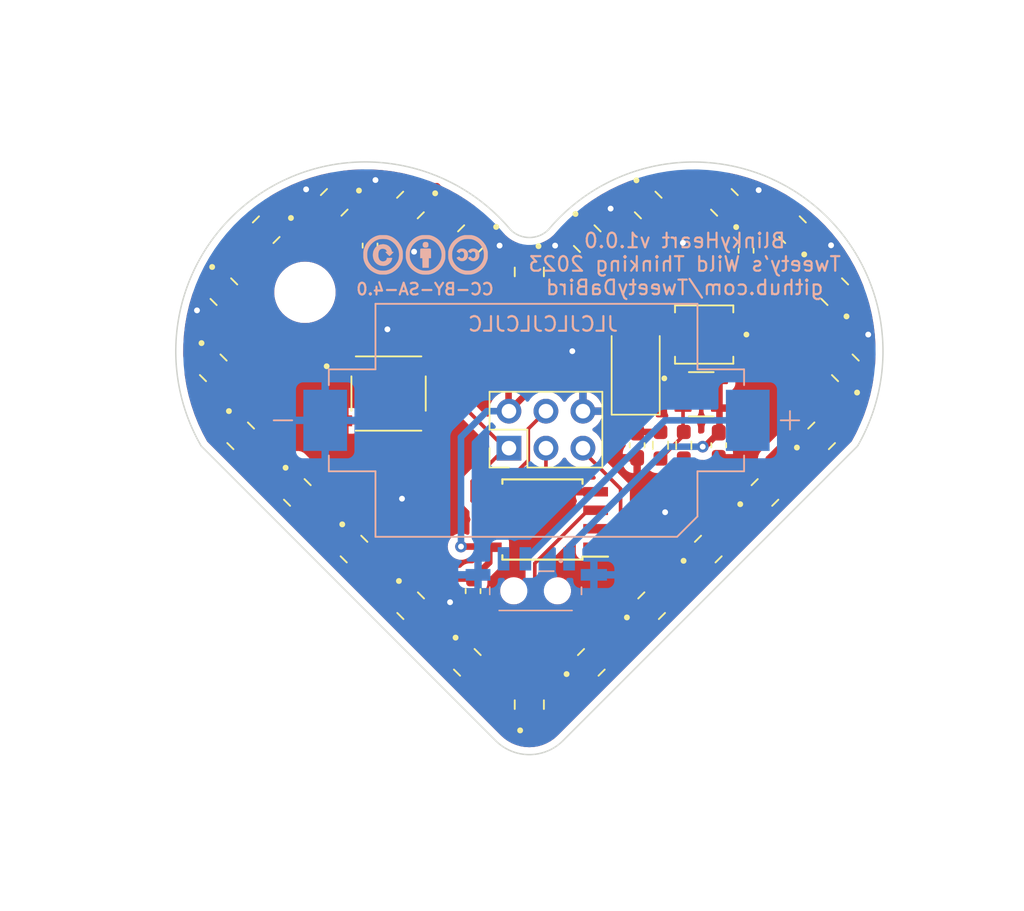
<source format=kicad_pcb>
(kicad_pcb (version 20211014) (generator pcbnew)
  (title_block (title "Blinky Heart") (date "2023-02-05") (rev "v1.0.0") (company "Tweety's Wild Thinking") (comment 1 "Markus Knutsson <markus.knutsson@tweety.se>") (comment 2 "Licensed under Creative Commons BY-SA 4.0 International "))
  (layers (0 "F.Cu" signal) (31 "B.Cu" signal) (34 "B.Paste" user) (35 "F.Paste" user) (36 "B.SilkS" user "B.Silkscreen") (37 "F.SilkS" user "F.Silkscreen") (38 "B.Mask" user) (39 "F.Mask" user) (44 "Edge.Cuts" user))
  (net 0 "")
  (net 2 "MISO")
  (net 3 "VCC")
  (net 4 "SCK")
  (net 5 "MOSI")
  (net 6 "RESET")
  (net 7 "GND")
  (net 8 "Net-(LED1-Pad1)")
  (net 9 "RGB")
  (net 10 "Net-(LED2-Pad1)")
  (net 11 "Net-(LED3-Pad1)")
  (net 12 "Net-(LED4-Pad1)")
  (net 13 "Net-(LED5-Pad1)")
  (net 14 "Net-(LED6-Pad1)")
  (net 15 "Net-(LED7-Pad1)")
  (net 16 "Net-(LED8-Pad1)")
  (net 17 "Net-(LED10-Pad3)")
  (net 18 "Net-(LED10-Pad1)")
  (net 19 "Net-(LED11-Pad1)")
  (net 20 "Net-(LED12-Pad1)")
  (net 21 "Net-(LED13-Pad1)")
  (net 22 "Net-(LED14-Pad1)")
  (net 23 "Net-(LED15-Pad1)")
  (net 24 "Net-(LED16-Pad1)")
  (net 25 "Net-(LED17-Pad1)")
  (net 26 "Net-(LED18-Pad1)")
  (net 27 "Net-(LED19-Pad1)")
  (net 28 "Net-(LED20-Pad1)")
  (net 29 "Net-(LED21-Pad1)")
  (net 30 "Net-(LED22-Pad1)")
  (net 31 "Net-(LED23-Pad1)")
  (net 33 "Net-(R1-Pad2)")
  (net 35 "/Bat+")
  (net 36 "/PWR")
  (net 37 "/PWR2")
  (footprint "WS2812-2020:LED_WS2812-2020" (layer "F.Cu") (at 134.659442 69.604344 -45)
    (fp_text reference "LED15" hide)
    (fp_text value "XL-2020RGBC-WS2812B")
    (pad "1" smd rect (at -0.915 -0.55 315) (size 0.7 0.7) (layers "F.Cu" "F.Paste" "F.Mask") (net 23 "Net-(LED15-Pad1)"))
    (pad "2" smd rect (at -0.915 0.55 315) (size 0.7 0.7) (layers "F.Cu" "F.Paste" "F.Mask") (net 7 "GND"))
    (pad "3" smd rect (at 0.915 0.55 135) (size 0.7 0.7) (layers "F.Cu" "F.Paste" "F.Mask") (net 22 "Net-(LED14-Pad1)"))
    (pad "4" smd rect (at 0.915 -0.55 135) (size 0.7 0.7) (layers "F.Cu" "F.Paste" "F.Mask") (net 3 "VCC"))
  )
  (footprint "Capacitor_SMD:C_0603_1608Metric_Pad1.08x0.95mm_HandSolder" (layer "F.Cu") (at 133.9 86.1 -90)
    (fp_text reference "C5" hide)
    (fp_text value "1uF")
    (pad "1" smd roundrect (at -0.8625 0 270) (size 1.075 0.95) (layers "F.Cu" "F.Paste" "F.Mask") (net 3 "VCC"))
    (pad "2" smd roundrect (at 0.8625 0 270) (size 1.075 0.95) (layers "F.Cu" "F.Paste" "F.Mask") (net 7 "GND"))
  )
  (footprint "WS2812-2020:LED_WS2812-2020" (layer "F.Cu") (at 122.244664 101.008852 -45)
    (fp_text reference "LED2" hide)
    (fp_text value "XL-2020RGBC-WS2812B")
    (pad "1" smd rect (at -0.915 -0.55 315) (size 0.7 0.7) (layers "F.Cu" "F.Paste" "F.Mask") (net 10 "Net-(LED2-Pad1)"))
    (pad "2" smd rect (at -0.915 0.55 315) (size 0.7 0.7) (layers "F.Cu" "F.Paste" "F.Mask") (net 7 "GND"))
    (pad "3" smd rect (at 0.915 0.55 135) (size 0.7 0.7) (layers "F.Cu" "F.Paste" "F.Mask") (net 8 "Net-(LED1-Pad1)"))
    (pad "4" smd rect (at 0.915 -0.55 135) (size 0.7 0.7) (layers "F.Cu" "F.Paste" "F.Mask") (net 3 "VCC"))
  )
  (footprint "WS2812-2020:LED_WS2812-2020" (layer "F.Cu") (at 144.560054 71.298928 135)
    (fp_text reference "LED17" hide)
    (fp_text value "XL-2020RGBC-WS2812B")
    (pad "1" smd rect (at -0.915 -0.55 135) (size 0.7 0.7) (layers "F.Cu" "F.Paste" "F.Mask") (net 25 "Net-(LED17-Pad1)"))
    (pad "2" smd rect (at -0.915 0.55 135) (size 0.7 0.7) (layers "F.Cu" "F.Paste" "F.Mask") (net 7 "GND"))
    (pad "3" smd rect (at 0.915 0.55 315) (size 0.7 0.7) (layers "F.Cu" "F.Paste" "F.Mask") (net 24 "Net-(LED16-Pad1)"))
    (pad "4" smd rect (at 0.915 -0.55 315) (size 0.7 0.7) (layers "F.Cu" "F.Paste" "F.Mask") (net 3 "VCC"))
  )
  (footprint "WS2812-2020:LED_WS2812-2020" (layer "F.Cu") (at 134.894423 97.119765 45)
    (fp_text reference "LED23" hide)
    (fp_text value "XL-2020RGBC-WS2812B")
    (pad "1" smd rect (at -0.915 -0.55 45) (size 0.7 0.7) (layers "F.Cu" "F.Paste" "F.Mask") (net 31 "Net-(LED23-Pad1)"))
    (pad "2" smd rect (at -0.915 0.55 45) (size 0.7 0.7) (layers "F.Cu" "F.Paste" "F.Mask") (net 7 "GND"))
    (pad "3" smd rect (at 0.915 0.55 225) (size 0.7 0.7) (layers "F.Cu" "F.Paste" "F.Mask") (net 30 "Net-(LED22-Pad1)"))
    (pad "4" smd rect (at 0.915 -0.55 225) (size 0.7 0.7) (layers "F.Cu" "F.Paste" "F.Mask") (net 3 "VCC"))
  )
  (footprint "Capacitor_SMD:C_0603_1608Metric_Pad1.08x0.95mm_HandSolder" (layer "F.Cu") (at 122.64 96.12 -90)
    (fp_text reference "C1" hide)
    (fp_text value "100nF")
    (pad "1" smd roundrect (at -0.8625 0 270) (size 1.075 0.95) (layers "F.Cu" "F.Paste" "F.Mask") (net 3 "VCC"))
    (pad "2" smd roundrect (at 0.8625 0 270) (size 1.075 0.95) (layers "F.Cu" "F.Paste" "F.Mask") (net 7 "GND"))
  )
  (footprint "Diode_SMD:D_SMA" (layer "F.Cu") (at 133.8 80.6 90)
    (fp_text reference "D1" hide)
    (fp_text value "1N5819")
    (pad "1" smd rect (at -2 0 90) (size 2.5 1.8) (layers "F.Cu" "F.Paste" "F.Mask") (net 3 "VCC"))
    (pad "2" smd rect (at 2 0 90) (size 2.5 1.8) (layers "F.Cu" "F.Paste" "F.Mask") (net 37 "/PWR2"))
  )
  (footprint "AP3012KTR-G1:SOT95P280X145-5N" (layer "F.Cu") (at 138.3 82.6)
    (fp_text reference "U3" hide)
    (fp_text value "AP3012KTR-G1")
    (pad "1" smd roundrect locked (at -1.25 -0.95 270) (size 0.51 1.17) (layers "F.Cu" "F.Paste" "F.Mask") (roundrect_rratio 0.15) (net 37 "/PWR2"))
    (pad "2" smd roundrect locked (at -1.25 0 270) (size 0.51 1.17) (layers "F.Cu" "F.Paste" "F.Mask") (roundrect_rratio 0.15) (net 7 "GND"))
    (pad "3" smd roundrect locked (at -1.25 0.95 270) (size 0.51 1.17) (layers "F.Cu" "F.Paste" "F.Mask") (roundrect_rratio 0.15) (net 33 "Net-(R1-Pad2)"))
    (pad "4" smd roundrect locked (at 1.25 0.95 270) (size 0.51 1.17) (layers "F.Cu" "F.Paste" "F.Mask") (roundrect_rratio 0.15) (net 36 "/PWR"))
    (pad "5" smd roundrect locked (at 1.25 -0.95 270) (size 0.51 1.17) (layers "F.Cu" "F.Paste" "F.Mask") (roundrect_rratio 0.15) (net 36 "/PWR"))
  )
  (footprint "WS2812-2020:LED_WS2812-2020" (layer "F.Cu") (at 130.754664 101.008852 45)
    (fp_text reference "LED24" hide)
    (fp_text value "XL-2020RGBC-WS2812B")
    (pad "1" smd rect (at -0.915 -0.55 45) (size 0.7 0.7) (layers "F.Cu" "F.Paste" "F.Mask"))
    (pad "2" smd rect (at -0.915 0.55 45) (size 0.7 0.7) (layers "F.Cu" "F.Paste" "F.Mask") (net 7 "GND"))
    (pad "3" smd rect (at 0.915 0.55 225) (size 0.7 0.7) (layers "F.Cu" "F.Paste" "F.Mask") (net 31 "Net-(LED23-Pad1)"))
    (pad "4" smd rect (at 0.915 -0.55 225) (size 0.7 0.7) (layers "F.Cu" "F.Paste" "F.Mask") (net 3 "VCC"))
  )
  (footprint "Package_SO:SOIC-8W_5.3x5.3mm_P1.27mm" (layer "F.Cu") (at 127.4 91.2 180)
    (fp_text reference "U1" hide)
    (fp_text value "ATTINY85-20SU")
    (pad "1" smd rect (at -3.65 -1.905 180) (size 1.7 0.65) (layers "F.Cu" "F.Paste" "F.Mask") (net 6 "RESET"))
    (pad "2" smd rect (at -3.65 -0.635 180) (size 1.7 0.65) (layers "F.Cu" "F.Paste" "F.Mask"))
    (pad "3" smd rect (at -3.65 0.635 180) (size 1.7 0.65) (layers "F.Cu" "F.Paste" "F.Mask") (net 9 "RGB"))
    (pad "4" smd rect (at -3.65 1.905 180) (size 1.7 0.65) (layers "F.Cu" "F.Paste" "F.Mask") (net 7 "GND"))
    (pad "5" smd rect (at 3.65 1.905 180) (size 1.7 0.65) (layers "F.Cu" "F.Paste" "F.Mask") (net 5 "MOSI"))
    (pad "6" smd rect (at 3.65 0.635 180) (size 1.7 0.65) (layers "F.Cu" "F.Paste" "F.Mask") (net 2 "MISO"))
    (pad "7" smd rect (at 3.65 -0.635 180) (size 1.7 0.65) (layers "F.Cu" "F.Paste" "F.Mask") (net 4 "SCK"))
    (pad "8" smd rect (at 3.65 -1.905 180) (size 1.7 0.65) (layers "F.Cu" "F.Paste" "F.Mask") (net 3 "VCC"))
  )
  (footprint "WS2812-2020:LED_WS2812-2020" (layer "F.Cu") (at 148.189047 80.784876 135)
    (fp_text reference "LED19" hide)
    (fp_text value "XL-2020RGBC-WS2812B")
    (pad "1" smd rect (at -0.915 -0.55 135) (size 0.7 0.7) (layers "F.Cu" "F.Paste" "F.Mask") (net 27 "Net-(LED19-Pad1)"))
    (pad "2" smd rect (at -0.915 0.55 135) (size 0.7 0.7) (layers "F.Cu" "F.Paste" "F.Mask") (net 7 "GND"))
    (pad "3" smd rect (at 0.915 0.55 315) (size 0.7 0.7) (layers "F.Cu" "F.Paste" "F.Mask") (net 26 "Net-(LED18-Pad1)"))
    (pad "4" smd rect (at 0.915 -0.55 315) (size 0.7 0.7) (layers "F.Cu" "F.Paste" "F.Mask") (net 3 "VCC"))
  )
  (footprint "MountingHole:MountingHole_3.2mm_M3" (layer "F.Cu") (at 111.1 75.6)
    (fp_text reference "H1" hide)
    (fp_text value "MountingHole")
    (pad "" np_thru_hole circle (at 0 0) (size 3.2 3.2) (drill 3.2) (layers *.Cu *.Mask))
  )
  (footprint "WS2812-2020:LED_WS2812-2020" (layer "F.Cu") (at 146.561684 85.452504 45)
    (fp_text reference "LED20" hide)
    (fp_text value "XL-2020RGBC-WS2812B")
    (pad "1" smd rect (at -0.915 -0.55 45) (size 0.7 0.7) (layers "F.Cu" "F.Paste" "F.Mask") (net 28 "Net-(LED20-Pad1)"))
    (pad "2" smd rect (at -0.915 0.55 45) (size 0.7 0.7) (layers "F.Cu" "F.Paste" "F.Mask") (net 7 "GND"))
    (pad "3" smd rect (at 0.915 0.55 225) (size 0.7 0.7) (layers "F.Cu" "F.Paste" "F.Mask") (net 27 "Net-(LED19-Pad1)"))
    (pad "4" smd rect (at 0.915 -0.55 225) (size 0.7 0.7) (layers "F.Cu" "F.Paste" "F.Mask") (net 3 "VCC"))
  )
  (footprint "WS2812-2020:LED_WS2812-2020" (layer "F.Cu") (at 118.355577 97.119765 -45)
    (fp_text reference "LED3" hide)
    (fp_text value "XL-2020RGBC-WS2812B")
    (pad "1" smd rect (at -0.915 -0.55 315) (size 0.7 0.7) (layers "F.Cu" "F.Paste" "F.Mask") (net 11 "Net-(LED3-Pad1)"))
    (pad "2" smd rect (at -0.915 0.55 315) (size 0.7 0.7) (layers "F.Cu" "F.Paste" "F.Mask") (net 7 "GND"))
    (pad "3" smd rect (at 0.915 0.55 135) (size 0.7 0.7) (layers "F.Cu" "F.Paste" "F.Mask") (net 10 "Net-(LED2-Pad1)"))
    (pad "4" smd rect (at 0.915 -0.55 135) (size 0.7 0.7) (layers "F.Cu" "F.Paste" "F.Mask") (net 3 "VCC"))
  )
  (footprint "WS2812-2020:LED_WS2812-2020" (layer "F.Cu") (at 139.890254 69.42168 135)
    (fp_text reference "LED16" hide)
    (fp_text value "XL-2020RGBC-WS2812B")
    (pad "1" smd rect (at -0.915 -0.55 135) (size 0.7 0.7) (layers "F.Cu" "F.Paste" "F.Mask") (net 24 "Net-(LED16-Pad1)"))
    (pad "2" smd rect (at -0.915 0.55 135) (size 0.7 0.7) (layers "F.Cu" "F.Paste" "F.Mask") (net 7 "GND"))
    (pad "3" smd rect (at 0.915 0.55 315) (size 0.7 0.7) (layers "F.Cu" "F.Paste" "F.Mask") (net 23 "Net-(LED15-Pad1)"))
    (pad "4" smd rect (at 0.915 -0.55 315) (size 0.7 0.7) (layers "F.Cu" "F.Paste" "F.Mask") (net 3 "VCC"))
  )
  (footprint "Capacitor_SMD:C_0603_1608Metric_Pad1.08x0.95mm_HandSolder" (layer "F.Cu") (at 141.38 72.74 -90)
    (fp_text reference "C3" hide)
    (fp_text value "100nF")
    (pad "1" smd roundrect (at -0.8625 0 270) (size 1.075 0.95) (layers "F.Cu" "F.Paste" "F.Mask") (net 3 "VCC"))
    (pad "2" smd roundrect (at 0.8625 0 270) (size 1.075 0.95) (layers "F.Cu" "F.Paste" "F.Mask") (net 7 "GND"))
  )
  (footprint "WS2812-2020:LED_WS2812-2020" (layer "F.Cu") (at 130.474722 71.914434 -45)
    (fp_text reference "LED14" hide)
    (fp_text value "XL-2020RGBC-WS2812B")
    (pad "1" smd rect (at -0.915 -0.55 315) (size 0.7 0.7) (layers "F.Cu" "F.Paste" "F.Mask") (net 22 "Net-(LED14-Pad1)"))
    (pad "2" smd rect (at -0.915 0.55 315) (size 0.7 0.7) (layers "F.Cu" "F.Paste" "F.Mask") (net 7 "GND"))
    (pad "3" smd rect (at 0.915 0.55 135) (size 0.7 0.7) (layers "F.Cu" "F.Paste" "F.Mask") (net 21 "Net-(LED13-Pad1)"))
    (pad "4" smd rect (at 0.915 -0.55 135) (size 0.7 0.7) (layers "F.Cu" "F.Paste" "F.Mask") (net 3 "VCC"))
  )
  (footprint "Capacitor_SMD:C_0603_1608Metric_Pad1.08x0.95mm_HandSolder" (layer "F.Cu") (at 115.57 72.39 -90)
    (fp_text reference "C2" hide)
    (fp_text value "100nF")
    (pad "1" smd roundrect (at -0.8625 0 270) (size 1.075 0.95) (layers "F.Cu" "F.Paste" "F.Mask") (net 3 "VCC"))
    (pad "2" smd roundrect (at 0.8625 0 270) (size 1.075 0.95) (layers "F.Cu" "F.Paste" "F.Mask") (net 7 "GND"))
  )
  (footprint "WS2812-2020:LED_WS2812-2020" (layer "F.Cu") (at 122.525568 71.913199 -135)
    (fp_text reference "LED12" hide)
    (fp_text value "XL-2020RGBC-WS2812B")
    (pad "1" smd rect (at -0.915 -0.55 225) (size 0.7 0.7) (layers "F.Cu" "F.Paste" "F.Mask") (net 20 "Net-(LED12-Pad1)"))
    (pad "2" smd rect (at -0.915 0.55 225) (size 0.7 0.7) (layers "F.Cu" "F.Paste" "F.Mask") (net 7 "GND"))
    (pad "3" smd rect (at 0.915 0.55 45) (size 0.7 0.7) (layers "F.Cu" "F.Paste" "F.Mask") (net 19 "Net-(LED11-Pad1)"))
    (pad "4" smd rect (at 0.915 -0.55 45) (size 0.7 0.7) (layers "F.Cu" "F.Paste" "F.Mask") (net 3 "VCC"))
  )
  (footprint "WS2812-2020:LED_WS2812-2020" (layer "F.Cu") (at 138.78351 93.230678 45)
    (fp_text reference "LED22" hide)
    (fp_text value "XL-2020RGBC-WS2812B")
    (pad "1" smd rect (at -0.915 -0.55 45) (size 0.7 0.7) (layers "F.Cu" "F.Paste" "F.Mask") (net 30 "Net-(LED22-Pad1)"))
    (pad "2" smd rect (at -0.915 0.55 45) (size 0.7 0.7) (layers "F.Cu" "F.Paste" "F.Mask") (net 7 "GND"))
    (pad "3" smd rect (at 0.915 0.55 225) (size 0.7 0.7) (layers "F.Cu" "F.Paste" "F.Mask") (net 29 "Net-(LED21-Pad1)"))
    (pad "4" smd rect (at 0.915 -0.55 225) (size 0.7 0.7) (layers "F.Cu" "F.Paste" "F.Mask") (net 3 "VCC"))
  )
  (footprint "FDSD0420-H-100M_P3:IND_FDSD0420-H-100M=P3" (layer "F.Cu") (at 138.5 78.5 180)
    (fp_text reference "L1" hide)
    (fp_text value "10uF")
    (pad "1" smd rect (at -1.6 0 180) (size 1.4 2.4) (layers "F.Cu" "F.Paste" "F.Mask") (net 36 "/PWR"))
    (pad "2" smd rect (at 1.6 0 180) (size 1.4 2.4) (layers "F.Cu" "F.Paste" "F.Mask") (net 37 "/PWR2"))
  )
  (footprint "WS2812-2020:LED_WS2812-2020" (layer "F.Cu") (at 142.672597 89.341591 45)
    (fp_text reference "LED21" hide)
    (fp_text value "XL-2020RGBC-WS2812B")
    (pad "1" smd rect (at -0.915 -0.55 45) (size 0.7 0.7) (layers "F.Cu" "F.Paste" "F.Mask") (net 29 "Net-(LED21-Pad1)"))
    (pad "2" smd rect (at -0.915 0.55 45) (size 0.7 0.7) (layers "F.Cu" "F.Paste" "F.Mask") (net 7 "GND"))
    (pad "3" smd rect (at 0.915 0.55 225) (size 0.7 0.7) (layers "F.Cu" "F.Paste" "F.Mask") (net 28 "Net-(LED20-Pad1)"))
    (pad "4" smd rect (at 0.915 -0.55 225) (size 0.7 0.7) (layers "F.Cu" "F.Paste" "F.Mask") (net 3 "VCC"))
  )
  (footprint "WS2812-2020:LED_WS2812-2020" (layer "F.Cu") (at 147.46334 75.554986 135)
    (fp_text reference "LED18" hide)
    (fp_text value "XL-2020RGBC-WS2812B")
    (pad "1" smd rect (at -0.915 -0.55 135) (size 0.7 0.7) (layers "F.Cu" "F.Paste" "F.Mask") (net 26 "Net-(LED18-Pad1)"))
    (pad "2" smd rect (at -0.915 0.55 135) (size 0.7 0.7) (layers "F.Cu" "F.Paste" "F.Mask") (net 7 "GND"))
    (pad "3" smd rect (at 0.915 0.55 315) (size 0.7 0.7) (layers "F.Cu" "F.Paste" "F.Mask") (net 25 "Net-(LED17-Pad1)"))
    (pad "4" smd rect (at 0.915 -0.55 315) (size 0.7 0.7) (layers "F.Cu" "F.Paste" "F.Mask") (net 3 "VCC"))
  )
  (footprint "Capacitor_SMD:C_0603_1608Metric_Pad1.08x0.95mm_HandSolder" (layer "F.Cu") (at 139.5 86.1 -90)
    (fp_text reference "C4" hide)
    (fp_text value "1uF")
    (pad "1" smd roundrect (at -0.8625 0 270) (size 1.075 0.95) (layers "F.Cu" "F.Paste" "F.Mask") (net 36 "/PWR"))
    (pad "2" smd roundrect (at 0.8625 0 270) (size 1.075 0.95) (layers "F.Cu" "F.Paste" "F.Mask") (net 7 "GND"))
  )
  (footprint "WS2812-2020:LED_WS2812-2020" (layer "F.Cu") (at 118.340514 69.604456 -135)
    (fp_text reference "LED11" hide)
    (fp_text value "XL-2020RGBC-WS2812B")
    (pad "1" smd rect (at -0.915 -0.55 225) (size 0.7 0.7) (layers "F.Cu" "F.Paste" "F.Mask") (net 19 "Net-(LED11-Pad1)"))
    (pad "2" smd rect (at -0.915 0.55 225) (size 0.7 0.7) (layers "F.Cu" "F.Paste" "F.Mask") (net 7 "GND"))
    (pad "3" smd rect (at 0.915 0.55 45) (size 0.7 0.7) (layers "F.Cu" "F.Paste" "F.Mask") (net 18 "Net-(LED10-Pad1)"))
    (pad "4" smd rect (at 0.915 -0.55 45) (size 0.7 0.7) (layers "F.Cu" "F.Paste" "F.Mask") (net 3 "VCC"))
  )
  (footprint "WS2812-2020:LED_WS2812-2020" (layer "F.Cu") (at 110.577403 89.341591 -45)
    (fp_text reference "LED5" hide)
    (fp_text value "XL-2020RGBC-WS2812B")
    (pad "1" smd rect (at -0.915 -0.55 315) (size 0.7 0.7) (layers "F.Cu" "F.Paste" "F.Mask") (net 13 "Net-(LED5-Pad1)"))
    (pad "2" smd rect (at -0.915 0.55 315) (size 0.7 0.7) (layers "F.Cu" "F.Paste" "F.Mask") (net 7 "GND"))
    (pad "3" smd rect (at 0.915 0.55 135) (size 0.7 0.7) (layers "F.Cu" "F.Paste" "F.Mask") (net 12 "Net-(LED4-Pad1)"))
    (pad "4" smd rect (at 0.915 -0.55 135) (size 0.7 0.7) (layers "F.Cu" "F.Paste" "F.Mask") (net 3 "VCC"))
  )
  (footprint "WS2812-2020:LED_WS2812-2020" (layer "F.Cu") (at 104.807205 80.784195 -45)
    (fp_text reference "LED7" hide)
    (fp_text value "XL-2020RGBC-WS2812B")
    (pad "1" smd rect (at -0.915 -0.55 315) (size 0.7 0.7) (layers "F.Cu" "F.Paste" "F.Mask") (net 15 "Net-(LED7-Pad1)"))
    (pad "2" smd rect (at -0.915 0.55 315) (size 0.7 0.7) (layers "F.Cu" "F.Paste" "F.Mask") (net 7 "GND"))
    (pad "3" smd rect (at 0.915 0.55 135) (size 0.7 0.7) (layers "F.Cu" "F.Paste" "F.Mask") (net 14 "Net-(LED6-Pad1)"))
    (pad "4" smd rect (at 0.915 -0.55 135) (size 0.7 0.7) (layers "F.Cu" "F.Paste" "F.Mask") (net 3 "VCC"))
  )
  (footprint "WS2812-2020:LED_WS2812-2020" (layer "F.Cu") (at 126.5 103.913522 90)
    (fp_text reference "LED1" hide)
    (fp_text value "XL-2020RGBC-WS2812B")
    (pad "1" smd rect (at -0.915 -0.55 90) (size 0.7 0.7) (layers "F.Cu" "F.Paste" "F.Mask") (net 8 "Net-(LED1-Pad1)"))
    (pad "2" smd rect (at -0.915 0.55 90) (size 0.7 0.7) (layers "F.Cu" "F.Paste" "F.Mask") (net 7 "GND"))
    (pad "3" smd rect (at 0.915 0.55 270) (size 0.7 0.7) (layers "F.Cu" "F.Paste" "F.Mask") (net 9 "RGB"))
    (pad "4" smd rect (at 0.915 -0.55 270) (size 0.7 0.7) (layers "F.Cu" "F.Paste" "F.Mask") (net 3 "VCC"))
  )
  (footprint "Resistor_SMD:R_0603_1608Metric_Pad0.98x0.95mm_HandSolder" (layer "F.Cu") (at 137.1 86.1 -90)
    (fp_text reference "R2" hide)
    (fp_text value "5K")
    (pad "1" smd roundrect (at -0.9125 0 270) (size 0.975 0.95) (layers "F.Cu" "F.Paste" "F.Mask") (net 33 "Net-(R1-Pad2)"))
    (pad "2" smd roundrect (at 0.9125 0 270) (size 0.975 0.95) (layers "F.Cu" "F.Paste" "F.Mask") (net 7 "GND"))
  )
  (footprint "TS-1187A:SW_TS-1187A-B-A-B" (layer "F.Cu") (at 116.84 82.55)
    (fp_text reference "S1" hide)
    (fp_text value "TS-1187A-B-A-B")
    (pad "A" smd rect (at -3 -1.875) (size 1 0.75) (layers "F.Cu" "F.Paste" "F.Mask") (net 2 "MISO"))
    (pad "B" smd rect (at 3 -1.875) (size 1 0.75) (layers "F.Cu" "F.Paste" "F.Mask") (net 2 "MISO"))
    (pad "C" smd rect (at -3 1.875) (size 1 0.75) (layers "F.Cu" "F.Paste" "F.Mask") (net 7 "GND"))
    (pad "D" smd rect (at 3 1.875) (size 1 0.75) (layers "F.Cu" "F.Paste" "F.Mask") (net 7 "GND"))
  )
  (footprint "Resistor_SMD:R_0603_1608Metric_Pad0.98x0.95mm_HandSolder" (layer "F.Cu") (at 135.5 86.1 -90)
    (fp_text reference "R1" hide)
    (fp_text value "10K")
    (pad "1" smd roundrect (at -0.9125 0 270) (size 0.975 0.95) (layers "F.Cu" "F.Paste" "F.Mask") (net 3 "VCC"))
    (pad "2" smd roundrect (at 0.9125 0 270) (size 0.975 0.95) (layers "F.Cu" "F.Paste" "F.Mask") (net 33 "Net-(R1-Pad2)"))
  )
  (footprint "Connector_PinHeader_2.54mm:PinHeader_2x03_P2.54mm_Vertical" (layer "F.Cu") (at 125.1 86.3 90)
    (fp_text reference "J1" hide)
    (fp_text value "AVR-ISP-6")
    (pad "1" thru_hole rect (at 0 0 90) (size 1.7 1.7) (drill 1) (layers *.Cu *.Mask) (net 2 "MISO"))
    (pad "2" thru_hole oval (at 2.54 0 90) (size 1.7 1.7) (drill 1) (layers *.Cu *.Mask) (net 3 "VCC"))
    (pad "3" thru_hole oval (at 0 2.54 90) (size 1.7 1.7) (drill 1) (layers *.Cu *.Mask) (net 4 "SCK"))
    (pad "4" thru_hole oval (at 2.54 2.54 90) (size 1.7 1.7) (drill 1) (layers *.Cu *.Mask) (net 5 "MOSI"))
    (pad "5" thru_hole oval (at 0 5.08 90) (size 1.7 1.7) (drill 1) (layers *.Cu *.Mask) (net 6 "RESET"))
    (pad "6" thru_hole oval (at 2.54 5.08 90) (size 1.7 1.7) (drill 1) (layers *.Cu *.Mask) (net 7 "GND"))
  )
  (footprint "WS2812-2020:LED_WS2812-2020" (layer "F.Cu") (at 106.688316 85.452504 -45)
    (fp_text reference "LED6" hide)
    (fp_text value "XL-2020RGBC-WS2812B")
    (pad "1" smd rect (at -0.915 -0.55 315) (size 0.7 0.7) (layers "F.Cu" "F.Paste" "F.Mask") (net 14 "Net-(LED6-Pad1)"))
    (pad "2" smd rect (at -0.915 0.55 315) (size 0.7 0.7) (layers "F.Cu" "F.Paste" "F.Mask") (net 7 "GND"))
    (pad "3" smd rect (at 0.915 0.55 135) (size 0.7 0.7) (layers "F.Cu" "F.Paste" "F.Mask") (net 13 "Net-(LED5-Pad1)"))
    (pad "4" smd rect (at 0.915 -0.55 135) (size 0.7 0.7) (layers "F.Cu" "F.Paste" "F.Mask") (net 3 "VCC"))
  )
  (footprint "WS2812-2020:LED_WS2812-2020" (layer "F.Cu") (at 113.109541 69.418677 -135)
    (fp_text reference "LED10" hide)
    (fp_text value "XL-2020RGBC-WS2812B")
    (pad "1" smd rect (at -0.915 -0.55 225) (size 0.7 0.7) (layers "F.Cu" "F.Paste" "F.Mask") (net 18 "Net-(LED10-Pad1)"))
    (pad "2" smd rect (at -0.915 0.55 225) (size 0.7 0.7) (layers "F.Cu" "F.Paste" "F.Mask") (net 7 "GND"))
    (pad "3" smd rect (at 0.915 0.55 45) (size 0.7 0.7) (layers "F.Cu" "F.Paste" "F.Mask") (net 17 "Net-(LED10-Pad3)"))
    (pad "4" smd rect (at 0.915 -0.55 45) (size 0.7 0.7) (layers "F.Cu" "F.Paste" "F.Mask") (net 3 "VCC"))
  )
  (footprint "WS2812-2020:LED_WS2812-2020" (layer "F.Cu") (at 105.536562 75.555124 -45)
    (fp_text reference "LED8" hide)
    (fp_text value "XL-2020RGBC-WS2812B")
    (pad "1" smd rect (at -0.915 -0.55 315) (size 0.7 0.7) (layers "F.Cu" "F.Paste" "F.Mask") (net 16 "Net-(LED8-Pad1)"))
    (pad "2" smd rect (at -0.915 0.55 315) (size 0.7 0.7) (layers "F.Cu" "F.Paste" "F.Mask") (net 7 "GND"))
    (pad "3" smd rect (at 0.915 0.55 135) (size 0.7 0.7) (layers "F.Cu" "F.Paste" "F.Mask") (net 15 "Net-(LED7-Pad1)"))
    (pad "4" smd rect (at 0.915 -0.55 135) (size 0.7 0.7) (layers "F.Cu" "F.Paste" "F.Mask") (net 3 "VCC"))
  )
  (footprint "WS2812-2020:LED_WS2812-2020" (layer "F.Cu") (at 114.46649 93.230678 -45)
    (fp_text reference "LED4" hide)
    (fp_text value "XL-2020RGBC-WS2812B")
    (pad "1" smd rect (at -0.915 -0.55 315) (size 0.7 0.7) (layers "F.Cu" "F.Paste" "F.Mask") (net 12 "Net-(LED4-Pad1)"))
    (pad "2" smd rect (at -0.915 0.55 315) (size 0.7 0.7) (layers "F.Cu" "F.Paste" "F.Mask") (net 7 "GND"))
    (pad "3" smd rect (at 0.915 0.55 135) (size 0.7 0.7) (layers "F.Cu" "F.Paste" "F.Mask") (net 11 "Net-(LED3-Pad1)"))
    (pad "4" smd rect (at 0.915 -0.55 135) (size 0.7 0.7) (layers "F.Cu" "F.Paste" "F.Mask") (net 3 "VCC"))
  )
  (footprint "WS2812-2020:LED_WS2812-2020" (layer "F.Cu") (at 126.5 74.2 -90)
    (fp_text reference "LED13" hide)
    (fp_text value "XL-2020RGBC-WS2812B")
    (pad "1" smd rect (at -0.915 -0.55 270) (size 0.7 0.7) (layers "F.Cu" "F.Paste" "F.Mask") (net 21 "Net-(LED13-Pad1)"))
    (pad "2" smd rect (at -0.915 0.55 270) (size 0.7 0.7) (layers "F.Cu" "F.Paste" "F.Mask") (net 7 "GND"))
    (pad "3" smd rect (at 0.915 0.55 90) (size 0.7 0.7) (layers "F.Cu" "F.Paste" "F.Mask") (net 20 "Net-(LED12-Pad1)"))
    (pad "4" smd rect (at 0.915 -0.55 90) (size 0.7 0.7) (layers "F.Cu" "F.Paste" "F.Mask") (net 3 "VCC"))
  )
  (footprint "WS2812-2020:LED_WS2812-2020" (layer "F.Cu") (at 108.441232 71.299788 -135)
    (fp_text reference "LED9" hide)
    (fp_text value "XL-2020RGBC-WS2812B")
    (pad "1" smd rect (at -0.915 -0.55 225) (size 0.7 0.7) (layers "F.Cu" "F.Paste" "F.Mask") (net 17 "Net-(LED10-Pad3)"))
    (pad "2" smd rect (at -0.915 0.55 225) (size 0.7 0.7) (layers "F.Cu" "F.Paste" "F.Mask") (net 7 "GND"))
    (pad "3" smd rect (at 0.915 0.55 45) (size 0.7 0.7) (layers "F.Cu" "F.Paste" "F.Mask") (net 16 "Net-(LED8-Pad1)"))
    (pad "4" smd rect (at 0.915 -0.55 45) (size 0.7 0.7) (layers "F.Cu" "F.Paste" "F.Mask") (net 3 "VCC"))
  )
  (footprint "CR2032-BS-6-1:BAT_CR2032-BS-6-1" (layer "B.Cu") (at 126.99 84.39 180)
    (fp_text reference "BT1" hide)
    (fp_text value "CR2032-BS-6-1")
    (pad "1" smd rect (at -14.5 0 180) (size 3 4.2) (layers "B.Cu" "B.Paste" "B.Mask") (net 35 "/Bat+"))
    (pad "2" smd rect (at 14.5 0 180) (size 3 4.2) (layers "B.Cu" "B.Paste" "B.Mask") (net 7 "GND"))
  )
  (footprint "Keyboard Common:MSK12C02" (layer "B.Cu") (at 126.93 96.1 180)
    (fp_text reference "SW1" hide)
    (fp_text value "MSK12C02" hide)
    (pad "" np_thru_hole circle (at 1.5 0 180) (size 0.85 0.85) (drill 0.85) (layers *.Cu *.Mask))
    (pad "" np_thru_hole circle (at -1.5 0 180) (size 0.85 0.85) (drill 0.85) (layers *.Cu *.Mask))
    (pad "A1" smd rect (at -2.3 2.2 180) (size 0.8 1.6) (layers "B.Cu" "B.Paste" "B.Mask") (net 36 "/PWR"))
    (pad "B1" smd rect (at 0.7 2.2 180) (size 0.8 1.6) (layers "B.Cu" "B.Paste" "B.Mask") (net 35 "/Bat+"))
    (pad "C1" smd rect (at 2.2 2.2 180) (size 0.8 1.6) (layers "B.Cu" "B.Paste" "B.Mask"))
    (pad "MP" smd rect (at 3.95 -1.1 90) (size 0.8 1.7) (layers "B.Cu" "B.Paste" "B.Mask") (net 7 "GND"))
    (pad "MP" smd rect (at 3.95 1.1 90) (size 0.8 1.7) (layers "B.Cu" "B.Paste" "B.Mask") (net 7 "GND"))
    (pad "MP" smd rect (at -4 1.1 90) (size 0.8 1.8) (layers "B.Cu" "B.Paste" "B.Mask") (net 7 "GND"))
    (pad "MP" smd rect (at -4 -1.1 90) (size 0.8 1.8) (layers "B.Cu" "B.Paste" "B.Mask") (net 7 "GND"))
  )
  (footprint "Logotypes:CC_BY_SA_40" (layer "B.Cu") (at 119.340304 73.951725 180)
    (fp_text reference "Logo1")
    (fp_text value "CC-BY-SA-4.0" (at 0 -1.43) (layer "B.SilkS") (effects (font (size 0.8 0.8)) (justify mirror)))
  )
  (gr_arc (start 127.81 71.3) (mid 126.51 71.835292) (end 125.21 71.3) (layer "Edge.Cuts") (width 0.1))
  (gr_arc (start 128.8 106.4) (mid 126.5 107.346818) (end 124.2 106.4) (layer "Edge.Cuts") (width 0.1))
  (gr_arc (start 127.81 71.3) (mid 145.227178 69.000084) (end 149.031829 86.151538) (layer "Edge.Cuts") (width 0.1))
  (gr_line (start 103.977197 86.151538) (end 124.2 106.4) (layer "Edge.Cuts") (width 0.1))
  (gr_arc (start 103.977197 86.151538) (mid 107.785561 68.992518) (end 125.21 71.3) (layer "Edge.Cuts") (width 0.1))
  (gr_line (start 149.031829 86.151538) (end 128.8 106.4) (layer "Edge.Cuts") (width 0.1))
  (gr_text "JLCJLCJLCJLC" (at 127.44 77.78) (layer "B.SilkS") (effects (font (size 1 1)) (justify mirror)))
  (gr_text "BlinkyHeart v1.0.0\nTweety's Wild Thinking 2023\ngithub.com/TweetyDaBird\n" (at 137.16 73.66) (layer "B.SilkS") (effects (font (size 1 1)) (justify mirror)))
  (segment (start 119.84 81.295) (end 124.845 86.3) (width 0.25) (layer "F.Cu") (net 2))
  (segment (start 122.575 89.915) (end 123.225 90.565) (width 0.25) (layer "F.Cu") (net 2))
  (segment (start 122.575 88.575) (end 122.575 89.915) (width 0.25) (layer "F.Cu") (net 2))
  (segment (start 124.85 86.3) (end 122.575 88.575) (width 0.25) (layer "F.Cu") (net 2))
  (segment (start 113.84 80.675) (end 119.84 80.675) (width 0.25) (layer "F.Cu") (net 2))
  (segment (start 119.84 80.675) (end 119.84 81.295) (width 0.25) (layer "F.Cu") (net 2))
  (segment (start 143.524143 71.040834) (end 143.524143 72.424143) (width 0.45) (layer "F.Cu") (net 3))
  (segment (start 131.317059 99.972941) (end 131.012758 99.972941) (width 0.45) (layer "F.Cu") (net 3))
  (segment (start 120.105476 95.2575) (end 119.391488 95.971488) (width 0.45) (layer "F.Cu") (net 3))
  (segment (start 134.752472 72.172528) (end 135.89 71.035) (width 0.45) (layer "F.Cu") (net 3))
  (segment (start 141.38 71.8775) (end 142.216666 71.040834) (width 0.45) (layer "F.Cu") (net 3))
  (segment (start 132.5 81.3) (end 127.56 81.3) (width 0.45) (layer "F.Cu") (net 3))
  (segment (start 114.930355 70.887855) (end 115.57 71.5275) (width 0.45) (layer "F.Cu") (net 3))
  (segment (start 108.183138 72.335699) (end 106.572473 73.946364) (width 0.45) (layer "F.Cu") (net 3))
  (segment (start 127.05 75.115) (end 127.05 75.915) (width 0.45) (layer "F.Cu") (net 3))
  (segment (start 122.64 95.2575) (end 120.105476 95.2575) (width 0.45) (layer "F.Cu") (net 3))
  (segment (start 111.613314 88.243314) (end 111.613314 89.599685) (width 0.45) (layer "F.Cu") (net 3))
  (segment (start 122.267474 72.94911) (end 122.019986 73.196598) (width 0.45) (layer "F.Cu") (net 3))
  (segment (start 126.44 76.525) (end 125.075 76.525) (width 0.45) (layer "F.Cu") (net 3))
  (segment (start 141.38 71.8775) (end 140.0275 71.8775) (width 0.45) (layer "F.Cu") (net 3))
  (segment (start 116.209645 70.887855) (end 115.57 71.5275) (width 0.45) (layer "F.Cu") (net 3))
  (segment (start 138.155491 69.862438) (end 138.854343 69.163586) (width 0.45) (layer "F.Cu") (net 3))
  (segment (start 135.5 85.1875) (end 133.95 85.1875) (width 0.45) (layer "F.Cu") (net 3))
  (segment (start 105.843116 81.042289) (end 107.47 82.669173) (width 0.45) (layer "F.Cu") (net 3))
  (segment (start 146.819778 84.416593) (end 147.2 84.036371) (width 0.45) (layer "F.Cu") (net 3))
  (segment (start 146.96 80.333646) (end 146.96 78.03) (width 0.45) (layer "F.Cu") (net 3))
  (segment (start 109.243629 87.23) (end 110.6 87.23) (width 0.45) (layer "F.Cu") (net 3))
  (segment (start 123.280575 99.980575) (end 123.280575 101.266946) (width 0.45) (layer "F.Cu") (net 3))
  (segment (start 139.041604 92.194767) (end 140.2 91.036371) (width 0.45) (layer "F.Cu") (net 3))
  (segment (start 146.96 78.03) (end 146.427429 77.497429) (width 0.45) (layer "F.Cu") (net 3))
  (segment (start 122.267474 73.717474) (end 125.075 76.525) (width 0.45) (layer "F.Cu") (net 3))
  (segment (start 140.2 89.79) (end 141.68432 88.30568) (width 0.45) (layer "F.Cu") (net 3))
  (segment (start 133.846146 96.083854) (end 132.68 97.25) (width 0.45) (layer "F.Cu") (net 3))
  (segment (start 107.47 82.669173) (end 107.47 85.456371) (width 0.45) (layer "F.Cu") (net 3))
  (segment (start 106.819961 76.060706) (end 106.819961 77.190039) (width 0.45) (layer "F.Cu") (net 3))
  (segment (start 117.053629 95.04) (end 118.46 95.04) (width 0.45) (layer "F.Cu") (net 3))
  (segment (start 145.543407 84.416593) (end 146.819778 84.416593) (width 0.45) (layer "F.Cu") (net 3))
  (segment (start 119.391488 97.377859) (end 120.953629 98.94) (width 0.45) (layer "F.Cu") (net 3))
  (segment (start 136.27 94.966371) (end 136.27 93.66) (width 0.45) (layer "F.Cu") (net 3))
  (segment (start 127.05 75.115) (end 129.76 75.115) (width 0.45) (layer "F.Cu") (net 3))
  (segment (start 137.735233 92.194767) (end 139.041604 92.194767) (width 0.45) (layer "F.Cu") (net 3))
  (segment (start 122.267474 72.94911) (end 122.267474 73.717474) (width 0.45) (layer "F.Cu") (net 3))
  (segment (start 125.012151 102.998522) (end 125.95 102.998522) (width 0.45) (layer "F.Cu") (net 3))
  (segment (start 108.183138 72.335699) (end 109.754637 72.335699) (width 0.45) (layer "F.Cu") (net 3))
  (segment (start 109.754637 72.335699) (end 110.970336 71.12) (width 0.45) (layer "F.Cu") (net 3))
  (segment (start 123.280575 101.266946) (end 125.012151 102.998522) (width 0.45) (layer "F.Cu") (net 3))
  (segment (start 147.2 84.036371) (end 147.2 80.573646) (width 0.45) (layer "F.Cu") (net 3))
  (segment (start 117.834932 70.887855) (end 116.209645 70.887855) (width 0.45) (layer "F.Cu") (net 3))
  (segment (start 112.973629 90.96) (end 114.54 90.96) (width 0.45) (layer "F.Cu") (net 3))
  (segment (start 122.64 95.2575) (end 123.75 94.1475) (width 0.45) (layer "F.Cu") (net 3))
  (segment (start 135.89 70.057085) (end 135.695353 69.862438) (width 0.45) (layer "F.Cu") (net 3))
  (segment (start 142.216666 71.040834) (end 143.524143 71.040834) (width 0.45) (layer "F.Cu") (net 3))
  (segment (start 114.54 90.96) (end 115.502401 91.922401) (width 0.45) (layer "F.Cu") (net 3))
  (segment (start 106.819961 77.190039) (end 105.843116 78.166884) (width 0.45) (layer "F.Cu") (net 3))
  (segment (start 119.391488 95.971488) (end 119.391488 97.377859) (width 0.45) (layer "F.Cu") (net 3))
  (segment (start 121.81 93.06) (end 123.705 93.06) (width 0.45) (layer "F.Cu") (net 3))
  (segment (start 133.8 85.1375) (end 133.8 82.6) (width 0.45) (layer "F.Cu") (net 3))
  (segment (start 110.6 87.23) (end 111.613314 88.243314) (width 0.45) (layer "F.Cu") (net 3))
  (segment (start 138.854343 70.704343) (end 138.854343 69.163586) (width 0.45) (layer "F.Cu") (net 3))
  (segment (start 141.68432 88.30568) (end 142.930691 88.30568) (width 0.45) (layer "F.Cu") (net 3))
  (segment (start 111.613314 89.599685) (end 112.973629 90.96) (width 0.45) (layer "F.Cu") (net 3))
  (segment (start 110.970336 71.12) (end 112.186035 71.12) (width 0.45) (layer "F.Cu") (net 3))
  (segment (start 127.05 75.915) (end 126.44 76.525) (width 0.45) (layer "F.Cu") (net 3))
  (segment (start 113.284714 70.887855) (end 112.851447 70.454588) (width 0.45) (layer "F.Cu") (net 3))
  (segment (start 135.695353 69.862438) (end 138.155491 69.862438) (width 0.45) (layer "F.Cu") (net 3))
  (segment (start 135.152517 96.083854) (end 136.27 94.966371) (width 0.45) (layer "F.Cu") (net 3))
  (segment (start 131.675 73.2) (end 131.675 72.336895) (width 0.45) (layer "F.Cu") (net 3))
  (segment (start 106.572473 73.946364) (end 106.572473 75.813218) (width 0.45) (layer "F.Cu") (net 3))
  (segment (start 146.427429 77.497429) (end 146.427429 75.296892) (width 0.45) (layer "F.Cu") (net 3))
  (segment (start 106.572473 75.813218) (end 106.819961 76.060706) (width 0.45) (layer "F.Cu") (net 3))
  (segment (start 129.76 75.115) (end 131.675 73.2) (width 0.45) (layer "F.Cu") (net 3))
  (segment (start 147.153136 80.526782) (end 146.96 80.333646) (width 0.45) (layer "F.Cu") (net 3))
  (segment (start 140.0275 71.8775) (end 138.854343 70.704343) (width 0.45) (layer "F.Cu") (net 3))
  (segment (start 118.480367 70.640367) (end 118.08242 70.640367) (width 0.45) (layer "F.Cu") (net 3))
  (segment (start 142.930691 88.30568) (end 142.930691 87.029309) (width 0.45) (layer "F.Cu") (net 3))
  (segment (start 140.2 91.036371) (end 140.2 89.79) (width 0.45) (layer "F.Cu") (net 3))
  (segment (start 123.75 94.1475) (end 123.75 93.105) (width 0.45) (layer "F.Cu") (net 3))
  (segment (start 107.47 85.456371) (end 107.724227 85.710598) (width 0.45) (layer "F.Cu") (net 3))
  (segment (start 105.843116 78.166884) (end 105.843116 81.042289) (width 0.45) (layer "F.Cu") (net 3))
  (segment (start 115.502401 91.922401) (end 115.502401 93.488772) (width 0.45) (layer "F.Cu") (net 3))
  (segment (start 118.46 95.04) (end 119.391488 95.971488) (width 0.45) (layer "F.Cu") (net 3))
  (segment (start 143.524143 72.424143) (end 146.41889 75.31889) (width 0.45) (layer "F.Cu") (net 3))
  (segment (start 107.724227 85.710598) (end 109.243629 87.23) (width 0.45) (layer "F.Cu") (net 3))
  (segment (start 135.152517 96.083854) (end 133.846146 96.083854) (width 0.45) (layer "F.Cu") (net 3))
  (segment (start 142.930691 87.029309) (end 145.543407 84.416593) (width 0.45) (layer "F.Cu") (net 3))
  (segment (start 127.56 81.3) (end 125.1 83.76) (width 0.45) (layer "F.Cu") (net 3))
  (segment (start 131.510633 72.172528) (end 134.752472 72.172528) (width 0.45) (layer "F.Cu") (net 3))
  (segment (start 121.036598 73.196598) (end 118.480367 70.640367) (width 0.45) (layer "F.Cu") (net 3))
  (segment (start 132.68 98.61) (end 131.317059 99.972941) (width 0.45) (layer "F.Cu") (net 3))
  (segment (start 122.019986 73.196598) (end 121.036598 73.196598) (width 0.45) (layer "F.Cu") (net 3))
  (segment (start 115.502401 93.488772) (end 117.053629 95.04) (width 0.45) (layer "F.Cu") (net 3))
  (segment (start 131.675 72.336895) (end 131.510633 72.172528) (width 0.45) (layer "F.Cu") (net 3))
  (segment (start 133.8 82.6) (end 132.5 81.3) (width 0.45) (layer "F.Cu") (net 3))
  (segment (start 132.68 97.25) (end 132.68 98.61) (width 0.45) (layer "F.Cu") (net 3))
  (segment (start 135.89 71.035) (end 135.89 70.057085) (width 0.45) (layer "F.Cu") (net 3))
  (segment (start 113.284714 70.887855) (end 114.930355 70.887855) (width 0.45) (layer "F.Cu") (net 3))
  (segment (start 136.27 93.66) (end 137.735233 92.194767) (width 0.45) (layer "F.Cu") (net 3))
  (segment (start 118.08242 70.640367) (end 117.834932 70.887855) (width 0.45) (layer "F.Cu") (net 3))
  (segment (start 125.075 83.735) (end 125.075 76.525) (width 0.45) (layer "F.Cu") (net 3))
  (segment (start 122.24 98.94) (end 123.280575 99.980575) (width 0.45) (layer "F.Cu") (net 3))
  (segment (start 112.186035 71.12) (end 112.851447 70.454588) (width 0.45) (layer "F.Cu") (net 3))
  (segment (start 120.953629 98.94) (end 122.24 98.94) (width 0.45) (layer "F.Cu") (net 3))
  (via (at 121.81 93.06) (size 0.8) (drill 0.4) (layers "F.Cu" "B.Cu") (net 3))
  (segment (start 123.59 83.76) (end 121.81 85.54) (width 0.45) (layer "B.Cu") (net 3))
  (segment (start 121.81 85.54) (end 121.81 93.06) (width 0.45) (layer "B.Cu") (net 3))
  (segment (start 125.1 83.76) (end 123.59 83.76) (width 0.45) (layer "B.Cu") (net 3))
  (segment (start 124.85 91.835) (end 123.75 91.835) (width 0.25) (layer "F.Cu") (net 4))
  (segment (start 127.64 86.3) (end 127.64 89.045) (width 0.25) (layer "F.Cu") (net 4))
  (segment (start 127.64 89.045) (end 124.85 91.835) (width 0.25) (layer "F.Cu") (net 4))
  (segment (start 124.275 89.295) (end 126.43 87.14) (width 0.25) (layer "F.Cu") (net 5))
  (segment (start 126.43 84.97) (end 127.64 83.76) (width 0.25) (layer "F.Cu") (net 5))
  (segment (start 126.43 87.14) (end 126.43 84.97) (width 0.25) (layer "F.Cu") (net 5))
  (segment (start 132.764889 89.092001) (end 130.18 86.507112) (width 0.25) (layer "F.Cu") (net 6))
  (segment (start 131.575 93.105) (end 132.764889 91.915111) (width 0.25) (layer "F.Cu") (net 6))
  (segment (start 132.764889 91.915111) (end 132.764889 89.092001) (width 0.25) (layer "F.Cu") (net 6))
  (segment (start 125.355 73.285) (end 124.46 72.39) (width 0.45) (layer "F.Cu") (net 7))
  (segment (start 118.598608 68.568545) (end 118.846096 68.321057) (width 0.45) (layer "F.Cu") (net 7))
  (segment (start 120.161057 68.321057) (end 122.717288 70.877288) (width 0.45) (layer "F.Cu") (net 7))
  (segment (start 118.846096 68.321057) (end 120.161057 68.321057) (width 0.45) (layer "F.Cu") (net 7))
  (segment (start 125.95 73.285) (end 125.355 73.285) (width 0.45) (layer "F.Cu") (net 7))
  (via (at 128.27 72.39) (size 0.8) (drill 0.4) (layers "F.Cu" "B.Cu") (net 7))
  (via (at 137.04 72.2) (size 0.8) (drill 0.4) (layers "F.Cu" "B.Cu") (net 7))
  (via (at 135.82 90.7) (size 0.8) (drill 0.4) (layers "F.Cu" "B.Cu") (net 7))
  (via (at 116.76 78.14) (size 0.8) (drill 0.4) (layers "F.Cu" "B.Cu") (net 7))
  (via (at 129.45 79.64) (size 0.8) (drill 0.4) (layers "F.Cu" "B.Cu") (net 7))
  (via (at 124.46 72.39) (size 0.8) (drill 0.4) (layers "F.Cu" "B.Cu") (net 7))
  (via (at 118.59 72.81) (size 0.8) (drill 0.4) (layers "F.Cu" "B.Cu") (net 7))
  (via (at 147.21 72.37) (size 0.8) (drill 0.4) (layers "F.Cu" "B.Cu") (net 7))
  (via (at 103.69 76.84) (size 0.8) (drill 0.4) (layers "F.Cu" "B.Cu") (net 7))
  (via (at 149.76 78.5) (size 0.8) (drill 0.4) (layers "F.Cu" "B.Cu") (net 7))
  (via (at 121.06 96.88) (size 0.8) (drill 0.4) (layers "F.Cu" "B.Cu") (net 7))
  (via (at 115.94 67.89) (size 0.8) (drill 0.4) (layers "F.Cu" "B.Cu") (net 7))
  (via (at 142.24 68.58) (size 0.8) (drill 0.4) (layers "F.Cu" "B.Cu") (net 7))
  (via (at 132.08 69.85) (size 0.8) (drill 0.4) (layers "F.Cu" "B.Cu") (net 7))
  (via (at 117.76 89.77) (size 0.8) (drill 0.4) (layers "F.Cu" "B.Cu") (net 7))
  (via (at 111.18 68.53) (size 0.8) (drill 0.4) (layers "F.Cu" "B.Cu") (net 7))
  (segment (start 125.95 104.828522) (end 125.286517 104.828522) (width 0.25) (layer "F.Cu") (net 8))
  (segment (start 125.286517 104.828522) (end 122.502758 102.044763) (width 0.25) (layer "F.Cu") (net 8))
  (segment (start 126.875 94.215) (end 126.875 102.823522) (width 0.25) (layer "F.Cu") (net 9))
  (segment (start 130.525 90.565) (end 126.875 94.215) (width 0.25) (layer "F.Cu") (net 9))
  (segment (start 120.183448 99.725453) (end 118.613671 98.155676) (width 0.25) (layer "F.Cu") (net 10))
  (segment (start 121.98657 99.972941) (end 121.739082 99.725453) (width 0.25) (layer "F.Cu") (net 10))
  (segment (start 121.739082 99.725453) (end 120.183448 99.725453) (width 0.25) (layer "F.Cu") (net 10))
  (segment (start 118.097483 96.083854) (end 117.849995 95.836366) (width 0.25) (layer "F.Cu") (net 11))
  (segment (start 117.849995 95.836366) (end 116.294361 95.836366) (width 0.25) (layer "F.Cu") (net 11))
  (segment (start 116.294361 95.836366) (end 114.724584 94.266589) (width 0.25) (layer "F.Cu") (net 11))
  (segment (start 113.960908 91.947279) (end 112.405274 91.947279) (width 0.25) (layer "F.Cu") (net 12))
  (segment (start 112.405274 91.947279) (end 110.835497 90.377502) (width 0.25) (layer "F.Cu") (net 12))
  (segment (start 114.208396 92.194767) (end 113.960908 91.947279) (width 0.25) (layer "F.Cu") (net 12))
  (segment (start 110.319309 88.30568) (end 110.071821 88.058192) (width 0.25) (layer "F.Cu") (net 13))
  (segment (start 110.071821 88.058192) (end 108.516187 88.058192) (width 0.25) (layer "F.Cu") (net 13))
  (segment (start 108.516187 88.058192) (end 106.94641 86.488415) (width 0.25) (layer "F.Cu") (net 13))
  (segment (start 106.430222 84.416593) (end 106.430222 83.185029) (width 0.25) (layer "F.Cu") (net 14))
  (segment (start 106.430222 83.185029) (end 105.065299 81.820106) (width 0.25) (layer "F.Cu") (net 14))
  (segment (start 104.549111 77.83658) (end 105.794656 76.591035) (width 0.25) (layer "F.Cu") (net 15))
  (segment (start 104.549111 79.748284) (end 104.549111 77.83658) (width 0.25) (layer "F.Cu") (net 15))
  (segment (start 107.405321 71.557882) (end 105.278468 73.684735) (width 0.25) (layer "F.Cu") (net 16))
  (segment (start 105.278468 73.684735) (end 105.278468 74.519213) (width 0.25) (layer "F.Cu") (net 16))
  (segment (start 112.07363 69.676771) (end 110.842066 69.676771) (width 0.25) (layer "F.Cu") (net 17))
  (segment (start 110.842066 69.676771) (end 109.477143 71.041694) (width 0.25) (layer "F.Cu") (net 17))
  (segment (start 114.145452 69.160583) (end 116.602636 69.160583) (width 0.25) (layer "F.Cu") (net 18))
  (segment (start 116.602636 69.160583) (end 117.304603 69.86255) (width 0.25) (layer "F.Cu") (net 18))
  (segment (start 119.376425 69.346362) (end 119.376425 70.058061) (width 0.25) (layer "F.Cu") (net 19))
  (segment (start 119.376425 70.058061) (end 121.489657 72.171293) (width 0.25) (layer "F.Cu") (net 19))
  (segment (start 125.6 75.115) (end 125.95 75.115) (width 0.25) (layer "F.Cu") (net 20))
  (segment (start 123.561479 71.655105) (end 123.561479 73.076479) (width 0.25) (layer "F.Cu") (net 20))
  (segment (start 123.561479 73.076479) (end 125.6 75.115) (width 0.25) (layer "F.Cu") (net 20))
  (segment (start 130.023161 73.66) (end 127.425 73.66) (width 0.25) (layer "F.Cu") (net 21))
  (segment (start 130.732816 72.950345) (end 130.023161 73.66) (width 0.25) (layer "F.Cu") (net 21))
  (segment (start 127.425 73.66) (end 127.05 73.285) (width 0.25) (layer "F.Cu") (net 21))
  (segment (start 134.332791 71.225) (end 130.563105 71.225) (width 0.25) (layer "F.Cu") (net 22))
  (segment (start 134.917536 70.640255) (end 134.332791 71.225) (width 0.25) (layer "F.Cu") (net 22))
  (segment (start 130.563105 71.225) (end 130.216628 70.878523) (width 0.25) (layer "F.Cu") (net 22))
  (segment (start 139.384672 68.138281) (end 134.8315 68.138281) (width 0.25) (layer "F.Cu") (net 23))
  (segment (start 139.63216 68.385769) (end 139.384672 68.138281) (width 0.25) (layer "F.Cu") (net 23))
  (segment (start 134.8315 68.138281) (end 134.401348 68.568433) (width 0.25) (layer "F.Cu") (net 23))
  (segment (start 142.24 69.85) (end 143.888943 69.85) (width 0.25) (layer "F.Cu") (net 24))
  (segment (start 140.148348 70.457591) (end 140.395836 70.705079) (width 0.25) (layer "F.Cu") (net 24))
  (segment (start 140.395836 70.705079) (end 141.384921 70.705079) (width 0.25) (layer "F.Cu") (net 24))
  (segment (start 141.384921 70.705079) (end 142.24 69.85) (width 0.25) (layer "F.Cu") (net 24))
  (segment (start 143.888943 69.85) (end 144.30196 70.263017) (width 0.25) (layer "F.Cu") (net 24))
  (segment (start 146.127631 73.15) (end 147.518704 74.541073) (width 0.25) (layer "F.Cu") (net 25))
  (segment (start 144.818148 72.334839) (end 145.633309 73.15) (width 0.25) (layer "F.Cu") (net 25))
  (segment (start 145.633309 73.15) (end 146.127631 73.15) (width 0.25) (layer "F.Cu") (net 25))
  (segment (start 148.59 77.459463) (end 148.59 79.089918) (width 0.25) (layer "F.Cu") (net 26))
  (segment (start 147.721434 76.590897) (end 148.59 77.459463) (width 0.25) (layer "F.Cu") (net 26))
  (segment (start 148.59 79.089918) (end 147.930953 79.748965) (width 0.25) (layer "F.Cu") (net 26))
  (segment (start 148.447141 81.820787) (end 148.447141 84.344864) (width 0.25) (layer "F.Cu") (net 27))
  (segment (start 148.447141 84.344864) (end 147.597595 85.19441) (width 0.25) (layer "F.Cu") (net 27))
  (segment (start 144.78 88.012005) (end 143.708508 89.083497) (width 0.25) (layer "F.Cu") (net 28))
  (segment (start 144.78 86.456371) (end 144.78 88.012005) (width 0.25) (layer "F.Cu") (net 28))
  (segment (start 145.525773 85.710598) (end 144.78 86.456371) (width 0.25) (layer "F.Cu") (net 28))
  (segment (start 141.636686 89.599685) (end 140.97 90.266371) (width 0.25) (layer "F.Cu") (net 29))
  (segment (start 140.97 90.266371) (end 140.97 91.822005) (width 0.25) (layer "F.Cu") (net 29))
  (segment (start 140.97 91.822005) (end 139.819421 92.972584) (width 0.25) (layer "F.Cu") (net 29))
  (segment (start 137.16 95.632005) (end 135.930334 96.861671) (width 0.25) (layer "F.Cu") (net 30))
  (segment (start 137.16 94.076371) (end 137.16 95.632005) (width 0.25) (layer "F.Cu") (net 30))
  (segment (start 137.747599 93.488772) (end 137.16 94.076371) (width 0.25) (layer "F.Cu") (net 30))
  (segment (start 133.35 99.191333) (end 131.790575 100.750758) (width 0.25) (layer "F.Cu") (net 31))
  (segment (start 133.35 97.886371) (end 133.35 99.191333) (width 0.25) (layer "F.Cu") (net 31))
  (segment (start 133.858512 97.377859) (end 133.35 97.886371) (width 0.25) (layer "F.Cu") (net 31))
  (segment (start 137.1 85.4125) (end 135.5 87.0125) (width 0.25) (layer "F.Cu") (net 33))
  (segment (start 137.05 83.55) (end 137.05 85.1375) (width 0.25) (layer "F.Cu") (net 33))
  (segment (start 135.81 84.39) (end 126.3 93.9) (width 0.45) (layer "B.Cu") (net 35))
  (segment (start 141.49 84.39) (end 135.81 84.39) (width 0.45) (layer "B.Cu") (net 35))
  (segment (start 140.1 81.1) (end 139.55 81.65) (width 0.45) (layer "F.Cu") (net 36))
  (segment (start 138.5375 86.2) (end 138.4 86.2) (width 0.45) (layer "F.Cu") (net 36))
  (segment (start 140.1 78.5) (end 140.1 81.1) (width 0.45) (layer "F.Cu") (net 36))
  (segment (start 139.55 83.55) (end 139.55 85.1875) (width 0.45) (layer "F.Cu") (net 36))
  (segment (start 139.55 85.1875) (end 138.5375 86.2) (width 0.45) (layer "F.Cu") (net 36))
  (segment (start 139.55 81.65) (end 139.55 83.55) (width 0.45) (layer "F.Cu") (net 36))
  (via (at 138.4 86.2) (size 0.8) (drill 0.4) (layers "F.Cu" "B.Cu") (net 36))
  (segment (start 129.23 93.9) (end 129.23 93.07) (width 0.45) (layer "B.Cu") (net 36))
  (segment (start 129.23 93.07) (end 136.1 86.2) (width 0.45) (layer "B.Cu") (net 36))
  (segment (start 136.1 86.2) (end 138.4 86.2) (width 0.45) (layer "B.Cu") (net 36))
  (segment (start 133.8 78.6) (end 136.8 78.6) (width 0.45) (layer "F.Cu") (net 37))
  (segment (start 137.05 81.65) (end 137.05 78.65) (width 0.45) (layer "F.Cu") (net 37))
  (zone locked (net 7) (net_name "GND") (layers F&B.Cu) (connect_pads (clearance 0.508)) (min_thickness 0.254) (fill yes (thermal_gap 0.508) (thermal_bridge_width 0.508))
    (polygon (pts (xy 160.02 118.11) (xy 90.17 118.11) (xy 90.17 62.23) (xy 160.02 62.23)))
  )
)
</source>
